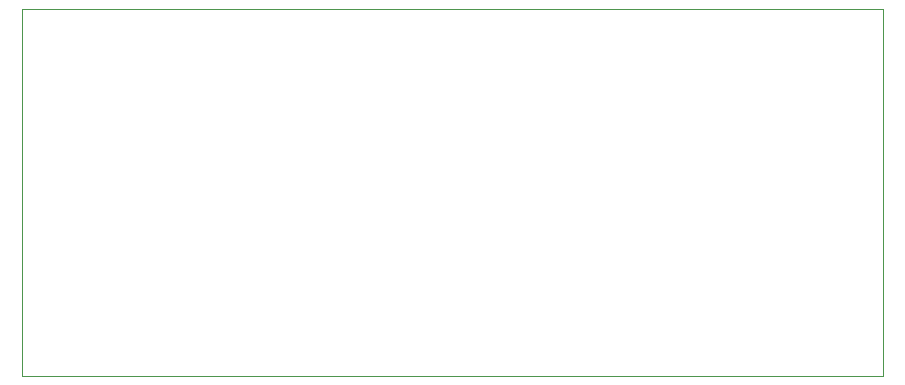
<source format=gbr>
%TF.GenerationSoftware,KiCad,Pcbnew,8.0.4*%
%TF.CreationDate,2025-02-11T11:06:45-05:00*%
%TF.ProjectId,plusle,706c7573-6c65-42e6-9b69-6361645f7063,rev?*%
%TF.SameCoordinates,Original*%
%TF.FileFunction,Profile,NP*%
%FSLAX46Y46*%
G04 Gerber Fmt 4.6, Leading zero omitted, Abs format (unit mm)*
G04 Created by KiCad (PCBNEW 8.0.4) date 2025-02-11 11:06:45*
%MOMM*%
%LPD*%
G01*
G04 APERTURE LIST*
%TA.AperFunction,Profile*%
%ADD10C,0.050000*%
%TD*%
G04 APERTURE END LIST*
D10*
X71500000Y-35500000D02*
X144400000Y-35500000D01*
X144400000Y-66500000D01*
X71500000Y-66500000D01*
X71500000Y-35500000D01*
M02*

</source>
